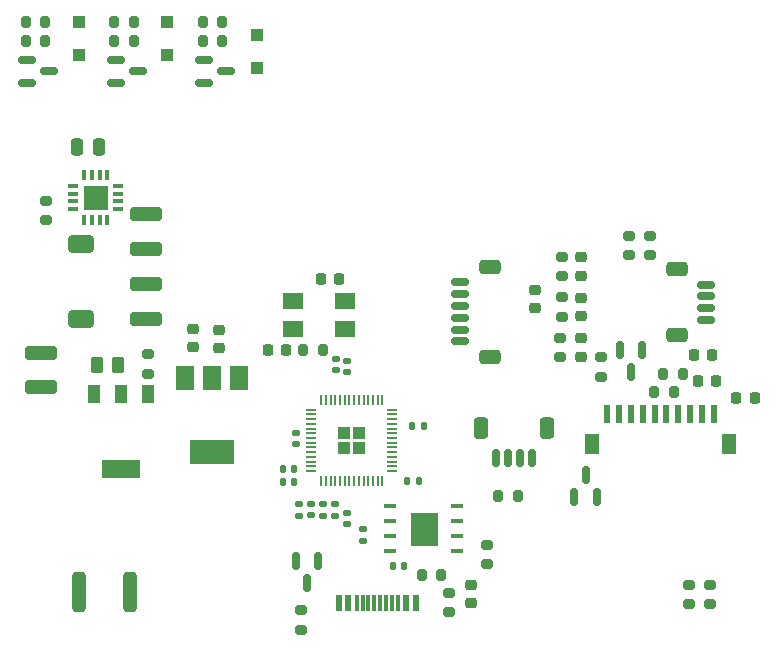
<source format=gbr>
%TF.GenerationSoftware,KiCad,Pcbnew,(5.99.0-11604-g878538abff)*%
%TF.CreationDate,2021-08-06T13:48:48+02:00*%
%TF.ProjectId,pixel-pump-mainboard,7375636b-6572-42d6-9f6e-652d6d61696e,rev?*%
%TF.SameCoordinates,Original*%
%TF.FileFunction,Paste,Top*%
%TF.FilePolarity,Positive*%
%FSLAX46Y46*%
G04 Gerber Fmt 4.6, Leading zero omitted, Abs format (unit mm)*
G04 Created by KiCad (PCBNEW (5.99.0-11604-g878538abff)) date 2021-08-06 13:48:48*
%MOMM*%
%LPD*%
G01*
G04 APERTURE LIST*
G04 Aperture macros list*
%AMRoundRect*
0 Rectangle with rounded corners*
0 $1 Rounding radius*
0 $2 $3 $4 $5 $6 $7 $8 $9 X,Y pos of 4 corners*
0 Add a 4 corners polygon primitive as box body*
4,1,4,$2,$3,$4,$5,$6,$7,$8,$9,$2,$3,0*
0 Add four circle primitives for the rounded corners*
1,1,$1+$1,$2,$3*
1,1,$1+$1,$4,$5*
1,1,$1+$1,$6,$7*
1,1,$1+$1,$8,$9*
0 Add four rect primitives between the rounded corners*
20,1,$1+$1,$2,$3,$4,$5,0*
20,1,$1+$1,$4,$5,$6,$7,0*
20,1,$1+$1,$6,$7,$8,$9,0*
20,1,$1+$1,$8,$9,$2,$3,0*%
G04 Aperture macros list end*
%ADD10C,0.010000*%
%ADD11RoundRect,0.150000X-0.150000X0.587500X-0.150000X-0.587500X0.150000X-0.587500X0.150000X0.587500X0*%
%ADD12RoundRect,0.200000X-0.200000X-0.275000X0.200000X-0.275000X0.200000X0.275000X-0.200000X0.275000X0*%
%ADD13RoundRect,0.250000X-1.100000X0.325000X-1.100000X-0.325000X1.100000X-0.325000X1.100000X0.325000X0*%
%ADD14RoundRect,0.150000X-0.587500X-0.150000X0.587500X-0.150000X0.587500X0.150000X-0.587500X0.150000X0*%
%ADD15RoundRect,0.200000X0.200000X0.275000X-0.200000X0.275000X-0.200000X-0.275000X0.200000X-0.275000X0*%
%ADD16RoundRect,0.200000X0.275000X-0.200000X0.275000X0.200000X-0.275000X0.200000X-0.275000X-0.200000X0*%
%ADD17RoundRect,0.225000X0.225000X0.250000X-0.225000X0.250000X-0.225000X-0.250000X0.225000X-0.250000X0*%
%ADD18RoundRect,0.218750X-0.256250X0.218750X-0.256250X-0.218750X0.256250X-0.218750X0.256250X0.218750X0*%
%ADD19RoundRect,0.250000X-0.250000X-0.475000X0.250000X-0.475000X0.250000X0.475000X-0.250000X0.475000X0*%
%ADD20RoundRect,0.150000X-0.625000X0.150000X-0.625000X-0.150000X0.625000X-0.150000X0.625000X0.150000X0*%
%ADD21RoundRect,0.250000X-0.650000X0.350000X-0.650000X-0.350000X0.650000X-0.350000X0.650000X0.350000X0*%
%ADD22R,0.990600X1.498600*%
%ADD23R,3.276600X1.498600*%
%ADD24RoundRect,0.250000X0.262500X0.450000X-0.262500X0.450000X-0.262500X-0.450000X0.262500X-0.450000X0*%
%ADD25RoundRect,0.140000X0.170000X-0.140000X0.170000X0.140000X-0.170000X0.140000X-0.170000X-0.140000X0*%
%ADD26R,1.500000X2.000000*%
%ADD27R,3.800000X2.000000*%
%ADD28RoundRect,0.200000X-0.275000X0.200000X-0.275000X-0.200000X0.275000X-0.200000X0.275000X0.200000X0*%
%ADD29RoundRect,0.140000X0.140000X0.170000X-0.140000X0.170000X-0.140000X-0.170000X0.140000X-0.170000X0*%
%ADD30R,1.100000X1.100000*%
%ADD31RoundRect,0.135000X-0.185000X0.135000X-0.185000X-0.135000X0.185000X-0.135000X0.185000X0.135000X0*%
%ADD32RoundRect,0.225000X-0.250000X0.225000X-0.250000X-0.225000X0.250000X-0.225000X0.250000X0.225000X0*%
%ADD33R,1.800000X1.400000*%
%ADD34R,0.965200X0.381000*%
%ADD35R,0.381000X0.965200*%
%ADD36R,2.159000X2.159000*%
%ADD37R,0.600000X1.450000*%
%ADD38R,0.300000X1.450000*%
%ADD39RoundRect,0.140000X-0.170000X0.140000X-0.170000X-0.140000X0.170000X-0.140000X0.170000X0.140000X0*%
%ADD40RoundRect,0.225000X0.250000X-0.225000X0.250000X0.225000X-0.250000X0.225000X-0.250000X-0.225000X0*%
%ADD41R,1.040000X0.440000*%
%ADD42RoundRect,0.150000X0.150000X-0.587500X0.150000X0.587500X-0.150000X0.587500X-0.150000X-0.587500X0*%
%ADD43RoundRect,0.150000X0.625000X-0.150000X0.625000X0.150000X-0.625000X0.150000X-0.625000X-0.150000X0*%
%ADD44RoundRect,0.250000X0.650000X-0.350000X0.650000X0.350000X-0.650000X0.350000X-0.650000X-0.350000X0*%
%ADD45RoundRect,0.140000X-0.140000X-0.170000X0.140000X-0.170000X0.140000X0.170000X-0.140000X0.170000X0*%
%ADD46RoundRect,0.250000X1.100000X-0.325000X1.100000X0.325000X-1.100000X0.325000X-1.100000X-0.325000X0*%
%ADD47RoundRect,0.250000X0.312500X1.450000X-0.312500X1.450000X-0.312500X-1.450000X0.312500X-1.450000X0*%
%ADD48RoundRect,0.150000X-0.150000X-0.625000X0.150000X-0.625000X0.150000X0.625000X-0.150000X0.625000X0*%
%ADD49RoundRect,0.250000X-0.350000X-0.650000X0.350000X-0.650000X0.350000X0.650000X-0.350000X0.650000X0*%
%ADD50RoundRect,0.225000X-0.225000X-0.250000X0.225000X-0.250000X0.225000X0.250000X-0.225000X0.250000X0*%
%ADD51R,0.600000X1.550000*%
%ADD52R,1.200000X1.800000*%
%ADD53RoundRect,0.375000X-0.725000X0.375000X-0.725000X-0.375000X0.725000X-0.375000X0.725000X0.375000X0*%
%ADD54RoundRect,0.250000X0.292217X0.292217X-0.292217X0.292217X-0.292217X-0.292217X0.292217X-0.292217X0*%
%ADD55RoundRect,0.050000X0.387500X0.050000X-0.387500X0.050000X-0.387500X-0.050000X0.387500X-0.050000X0*%
%ADD56RoundRect,0.050000X0.050000X0.387500X-0.050000X0.387500X-0.050000X-0.387500X0.050000X-0.387500X0*%
G04 APERTURE END LIST*
D10*
%TO.C,U3*%
X103056000Y-146013000D02*
X100896000Y-146013000D01*
X100896000Y-146013000D02*
X100896000Y-143293000D01*
X100896000Y-143293000D02*
X103056000Y-143293000D01*
X103056000Y-143293000D02*
X103056000Y-146013000D01*
G36*
X103056000Y-146013000D02*
G01*
X100896000Y-146013000D01*
X100896000Y-143293000D01*
X103056000Y-143293000D01*
X103056000Y-146013000D01*
G37*
X103056000Y-146013000D02*
X100896000Y-146013000D01*
X100896000Y-143293000D01*
X103056000Y-143293000D01*
X103056000Y-146013000D01*
%TD*%
D11*
%TO.C,Q5*%
X120457000Y-129491500D03*
X118557000Y-129491500D03*
X119507000Y-131366500D03*
%TD*%
D12*
%TO.C,R29*%
X122238000Y-131572000D03*
X123888000Y-131572000D03*
%TD*%
D13*
%TO.C,C1*%
X78500000Y-118025000D03*
X78500000Y-120975000D03*
%TD*%
D14*
%TO.C,Q2*%
X75897500Y-104965000D03*
X75897500Y-106865000D03*
X77772500Y-105915000D03*
%TD*%
D15*
%TO.C,R27*%
X93408000Y-129540000D03*
X91758000Y-129540000D03*
%TD*%
D16*
%TO.C,R24*%
X126187200Y-151040600D03*
X126187200Y-149390600D03*
%TD*%
D17*
%TO.C,C6*%
X94805800Y-123494800D03*
X93255800Y-123494800D03*
%TD*%
D14*
%TO.C,Q3*%
X83390500Y-104965000D03*
X83390500Y-106865000D03*
X85265500Y-105915000D03*
%TD*%
D18*
%TO.C,D2*%
X115316000Y-121640500D03*
X115316000Y-123215500D03*
%TD*%
D19*
%TO.C,C2*%
X72600000Y-112300000D03*
X74500000Y-112300000D03*
%TD*%
D12*
%TO.C,R11*%
X83249000Y-101724000D03*
X84899000Y-101724000D03*
%TD*%
D20*
%TO.C,J8*%
X105050200Y-123788800D03*
X105050200Y-124788800D03*
X105050200Y-125788800D03*
X105050200Y-126788800D03*
X105050200Y-127788800D03*
X105050200Y-128788800D03*
D21*
X107575200Y-122488800D03*
X107575200Y-130088800D03*
%TD*%
D22*
%TO.C,Q4*%
X78613000Y-133248400D03*
X76327000Y-133248400D03*
X74041000Y-133248400D03*
D23*
X76327000Y-139547600D03*
%TD*%
D17*
%TO.C,C25*%
X126708200Y-132156200D03*
X125158200Y-132156200D03*
%TD*%
D24*
%TO.C,R19*%
X76096500Y-130810000D03*
X74271500Y-130810000D03*
%TD*%
D12*
%TO.C,R9*%
X75756000Y-101724000D03*
X77406000Y-101724000D03*
%TD*%
D25*
%TO.C,C13*%
X96799400Y-145641000D03*
X96799400Y-144681000D03*
%TD*%
D26*
%TO.C,U1*%
X86374000Y-131851000D03*
D27*
X84074000Y-138151000D03*
D26*
X84074000Y-131851000D03*
X81774000Y-131851000D03*
%TD*%
D28*
%TO.C,R21*%
X119380000Y-119825000D03*
X119380000Y-121475000D03*
%TD*%
D29*
%TO.C,C10*%
X100302000Y-147828000D03*
X99342000Y-147828000D03*
%TD*%
D30*
%TO.C,D9*%
X80264000Y-101721000D03*
X80264000Y-104521000D03*
%TD*%
D31*
%TO.C,R5*%
X93467000Y-142520000D03*
X93467000Y-143540000D03*
%TD*%
D32*
%TO.C,C21*%
X105968800Y-149389800D03*
X105968800Y-150939800D03*
%TD*%
D16*
%TO.C,R28*%
X107315000Y-147637000D03*
X107315000Y-145987000D03*
%TD*%
D30*
%TO.C,D10*%
X87884000Y-102864000D03*
X87884000Y-105664000D03*
%TD*%
D16*
%TO.C,R23*%
X124409200Y-151040600D03*
X124409200Y-149390600D03*
%TD*%
D30*
%TO.C,D3*%
X72771000Y-101721000D03*
X72771000Y-104521000D03*
%TD*%
D33*
%TO.C,Y1*%
X90916400Y-127742800D03*
X95316400Y-127742800D03*
X95316400Y-125342800D03*
X90916400Y-125342800D03*
%TD*%
D34*
%TO.C,U2*%
X76105000Y-117565200D03*
X76105000Y-116930200D03*
X76105000Y-116269800D03*
X76105000Y-115634800D03*
D35*
X75165200Y-114695000D03*
X74530200Y-114695000D03*
X73869800Y-114695000D03*
X73234800Y-114695000D03*
D34*
X72295000Y-115634800D03*
X72295000Y-116269800D03*
X72295000Y-116930200D03*
X72295000Y-117565200D03*
D35*
X73234800Y-118505000D03*
X73869800Y-118505000D03*
X74530200Y-118505000D03*
X75165200Y-118505000D03*
D36*
X74200000Y-116600000D03*
%TD*%
D37*
%TO.C,J12*%
X94794000Y-150945500D03*
X95594000Y-150945500D03*
D38*
X96794000Y-150945500D03*
X97794000Y-150945500D03*
X98294000Y-150945500D03*
X99294000Y-150945500D03*
D37*
X101294000Y-150945500D03*
X100494000Y-150945500D03*
D38*
X99794000Y-150945500D03*
X98794000Y-150945500D03*
X97294000Y-150945500D03*
X96294000Y-150945500D03*
%TD*%
D13*
%TO.C,C5*%
X69600000Y-129725000D03*
X69600000Y-132675000D03*
%TD*%
D25*
%TO.C,C17*%
X95499000Y-144244000D03*
X95499000Y-143284000D03*
%TD*%
D39*
%TO.C,C14*%
X92430600Y-142550000D03*
X92430600Y-143510000D03*
%TD*%
D12*
%TO.C,R17*%
X83249000Y-103375000D03*
X84899000Y-103375000D03*
%TD*%
D28*
%TO.C,R12*%
X113665000Y-125032000D03*
X113665000Y-126682000D03*
%TD*%
%TO.C,R20*%
X78600000Y-129875000D03*
X78600000Y-131525000D03*
%TD*%
%TO.C,R25*%
X116967000Y-130112000D03*
X116967000Y-131762000D03*
%TD*%
D14*
%TO.C,Q1*%
X68404500Y-104965000D03*
X68404500Y-106865000D03*
X70279500Y-105915000D03*
%TD*%
D40*
%TO.C,C11*%
X84607400Y-129375200D03*
X84607400Y-127825200D03*
%TD*%
D39*
%TO.C,C12*%
X94513400Y-130251200D03*
X94513400Y-131211200D03*
%TD*%
D41*
%TO.C,U3*%
X104821000Y-146558000D03*
X104821000Y-145288000D03*
X104821000Y-144018000D03*
X104821000Y-142748000D03*
X99131000Y-142748000D03*
X99131000Y-144018000D03*
X99131000Y-145288000D03*
X99131000Y-146558000D03*
%TD*%
D42*
%TO.C,D1*%
X114721600Y-141958300D03*
X116621600Y-141958300D03*
X115671600Y-140083300D03*
%TD*%
D43*
%TO.C,J7*%
X125912000Y-126976000D03*
X125912000Y-125976000D03*
X125912000Y-124976000D03*
X125912000Y-123976000D03*
D44*
X123387000Y-128276000D03*
X123387000Y-122676000D03*
%TD*%
D17*
%TO.C,C24*%
X129984800Y-133604000D03*
X128434800Y-133604000D03*
%TD*%
D45*
%TO.C,C23*%
X90066000Y-139573000D03*
X91026000Y-139573000D03*
%TD*%
D28*
%TO.C,R10*%
X113538000Y-128461000D03*
X113538000Y-130111000D03*
%TD*%
%TO.C,R8*%
X113665000Y-121603000D03*
X113665000Y-123253000D03*
%TD*%
D18*
%TO.C,D8*%
X115316000Y-125069500D03*
X115316000Y-126644500D03*
%TD*%
D45*
%TO.C,C19*%
X90066000Y-140716000D03*
X91026000Y-140716000D03*
%TD*%
D28*
%TO.C,R22*%
X121158000Y-119825000D03*
X121158000Y-121475000D03*
%TD*%
D12*
%TO.C,R26*%
X108268000Y-141859000D03*
X109918000Y-141859000D03*
%TD*%
D16*
%TO.C,R3*%
X104140000Y-151701000D03*
X104140000Y-150051000D03*
%TD*%
D39*
%TO.C,C20*%
X95478600Y-130406200D03*
X95478600Y-131366200D03*
%TD*%
D40*
%TO.C,C3*%
X82400000Y-129275000D03*
X82400000Y-127725000D03*
%TD*%
D46*
%TO.C,C4*%
X78500000Y-126875000D03*
X78500000Y-123925000D03*
%TD*%
D11*
%TO.C,D4*%
X93025000Y-147398500D03*
X91125000Y-147398500D03*
X92075000Y-149273500D03*
%TD*%
D40*
%TO.C,C27*%
X111404400Y-125946200D03*
X111404400Y-124396200D03*
%TD*%
D12*
%TO.C,R7*%
X68263000Y-103375000D03*
X69913000Y-103375000D03*
%TD*%
D47*
%TO.C,F1*%
X77067500Y-149987000D03*
X72792500Y-149987000D03*
%TD*%
D17*
%TO.C,C7*%
X90310000Y-129540000D03*
X88760000Y-129540000D03*
%TD*%
D16*
%TO.C,R1*%
X91617800Y-153199600D03*
X91617800Y-151549600D03*
%TD*%
D15*
%TO.C,R2*%
X103441000Y-148590000D03*
X101791000Y-148590000D03*
%TD*%
D48*
%TO.C,J9*%
X108126400Y-138637400D03*
X109126400Y-138637400D03*
X110126400Y-138637400D03*
X111126400Y-138637400D03*
D49*
X112426400Y-136112400D03*
X106826400Y-136112400D03*
%TD*%
D28*
%TO.C,R14*%
X69950000Y-116875000D03*
X69950000Y-118525000D03*
%TD*%
D25*
%TO.C,C16*%
X91135200Y-137462200D03*
X91135200Y-136502200D03*
%TD*%
D12*
%TO.C,R6*%
X68263000Y-101724000D03*
X69913000Y-101724000D03*
%TD*%
D39*
%TO.C,C15*%
X91440000Y-142572800D03*
X91440000Y-143532800D03*
%TD*%
D50*
%TO.C,C26*%
X124828000Y-129971800D03*
X126378000Y-129971800D03*
%TD*%
D12*
%TO.C,R13*%
X121476000Y-133096000D03*
X123126000Y-133096000D03*
%TD*%
D18*
%TO.C,D7*%
X115316000Y-128498500D03*
X115316000Y-130073500D03*
%TD*%
D51*
%TO.C,J10*%
X126521600Y-134922000D03*
X125521600Y-134922000D03*
X124521600Y-134922000D03*
X123521600Y-134922000D03*
X122521600Y-134922000D03*
X121521600Y-134922000D03*
X120521600Y-134922000D03*
X119521600Y-134922000D03*
X118521600Y-134922000D03*
X117521600Y-134922000D03*
D52*
X127821600Y-137447000D03*
X116221600Y-137447000D03*
%TD*%
D31*
%TO.C,R4*%
X94483000Y-142520000D03*
X94483000Y-143540000D03*
%TD*%
D53*
%TO.C,L1*%
X72957500Y-120550000D03*
X72957500Y-126850000D03*
%TD*%
D29*
%TO.C,C18*%
X101546600Y-140589000D03*
X100586600Y-140589000D03*
%TD*%
%TO.C,C22*%
X101978400Y-135915400D03*
X101018400Y-135915400D03*
%TD*%
D12*
%TO.C,R15*%
X75756000Y-103375000D03*
X77406000Y-103375000D03*
%TD*%
D54*
%TO.C,U4*%
X96517500Y-137797500D03*
X96517500Y-136522500D03*
X95242500Y-137797500D03*
X95242500Y-136522500D03*
D55*
X99317500Y-139760000D03*
X99317500Y-139360000D03*
X99317500Y-138960000D03*
X99317500Y-138560000D03*
X99317500Y-138160000D03*
X99317500Y-137760000D03*
X99317500Y-137360000D03*
X99317500Y-136960000D03*
X99317500Y-136560000D03*
X99317500Y-136160000D03*
X99317500Y-135760000D03*
X99317500Y-135360000D03*
X99317500Y-134960000D03*
X99317500Y-134560000D03*
D56*
X98480000Y-133722500D03*
X98080000Y-133722500D03*
X97680000Y-133722500D03*
X97280000Y-133722500D03*
X96880000Y-133722500D03*
X96480000Y-133722500D03*
X96080000Y-133722500D03*
X95680000Y-133722500D03*
X95280000Y-133722500D03*
X94880000Y-133722500D03*
X94480000Y-133722500D03*
X94080000Y-133722500D03*
X93680000Y-133722500D03*
X93280000Y-133722500D03*
D55*
X92442500Y-134560000D03*
X92442500Y-134960000D03*
X92442500Y-135360000D03*
X92442500Y-135760000D03*
X92442500Y-136160000D03*
X92442500Y-136560000D03*
X92442500Y-136960000D03*
X92442500Y-137360000D03*
X92442500Y-137760000D03*
X92442500Y-138160000D03*
X92442500Y-138560000D03*
X92442500Y-138960000D03*
X92442500Y-139360000D03*
X92442500Y-139760000D03*
D56*
X93280000Y-140597500D03*
X93680000Y-140597500D03*
X94080000Y-140597500D03*
X94480000Y-140597500D03*
X94880000Y-140597500D03*
X95280000Y-140597500D03*
X95680000Y-140597500D03*
X96080000Y-140597500D03*
X96480000Y-140597500D03*
X96880000Y-140597500D03*
X97280000Y-140597500D03*
X97680000Y-140597500D03*
X98080000Y-140597500D03*
X98480000Y-140597500D03*
%TD*%
M02*

</source>
